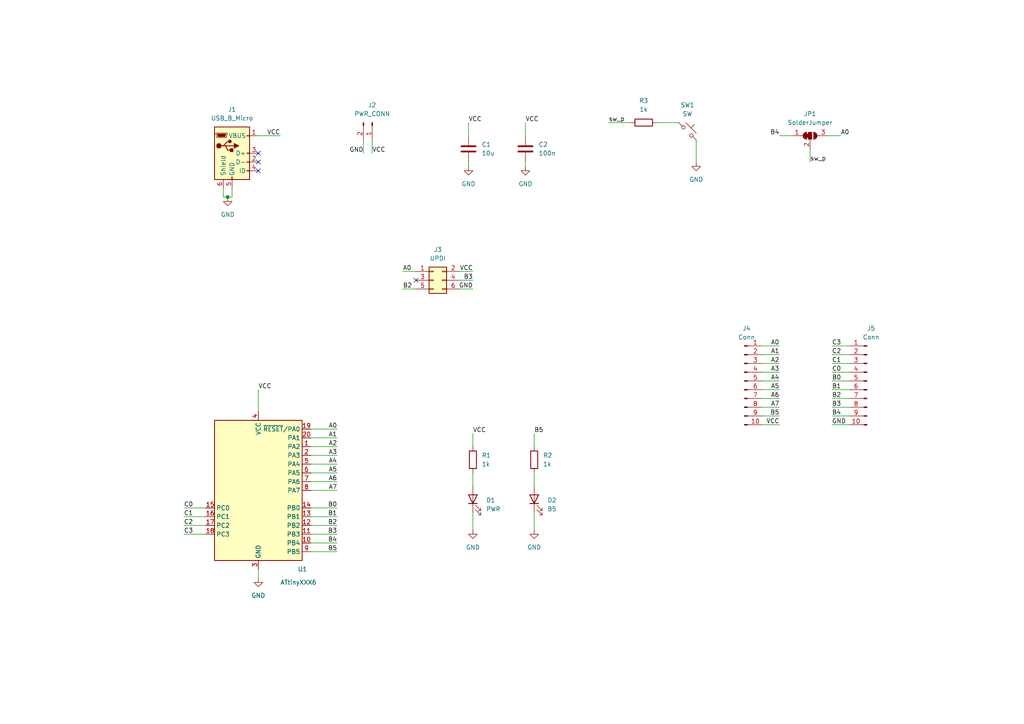
<source format=kicad_sch>
(kicad_sch (version 20211123) (generator eeschema)
  (paper "A4")
  (title_block (date "2022-10-10") (rev "0.0.2"))
  (lib_symbols
    (symbol "Connector:Conn_01x02_Male" (pin_names (offset 1.016) hide)
      (property "Reference" "J" (at 0 2.54 0))
      (property "Value" "Conn_01x02_Male" (at 0 -5.08 0))
      (symbol "Conn_01x02_Male_1_1"
        (polyline (pts (xy 1.27 -2.54) (xy 0.8636 -2.54)) (stroke (width 0.1524)))
        (polyline (pts (xy 1.27 0) (xy 0.8636 0)) (stroke (width 0.1524)))
        (rectangle (start 0.8636 -2.413) (end 0 -2.667) (stroke (width 0.1524)) (fill (type outline)))
        (rectangle (start 0.8636 0.127) (end 0 -0.127) (stroke (width 0.1524)) (fill (type outline)))
        (pin passive line (at 5.08 0 180) (length 3.81) (name "Pin_1") (number "1"))
        (pin passive line (at 5.08 -2.54 180) (length 3.81) (name "Pin_2") (number "2"))
      )
    )
    (symbol "Connector:Conn_01x10_Male" (pin_names (offset 1.016) hide)
      (property "Reference" "J" (at 0 12.7 0))
      (property "Value" "Conn_01x10_Male" (at 0 -15.24 0))
      (symbol "Conn_01x10_Male_1_1"
        (polyline (pts (xy 1.27 -12.7) (xy 0.8636 -12.7)) (stroke (width 0.1524)))
        (polyline (pts (xy 1.27 -10.16) (xy 0.8636 -10.16)) (stroke (width 0.1524)))
        (polyline (pts (xy 1.27 -7.62) (xy 0.8636 -7.62)) (stroke (width 0.1524)))
        (polyline (pts (xy 1.27 -5.08) (xy 0.8636 -5.08)) (stroke (width 0.1524)))
        (polyline (pts (xy 1.27 -2.54) (xy 0.8636 -2.54)) (stroke (width 0.1524)))
        (polyline (pts (xy 1.27 0) (xy 0.8636 0)) (stroke (width 0.1524)))
        (polyline (pts (xy 1.27 2.54) (xy 0.8636 2.54)) (stroke (width 0.1524)))
        (polyline (pts (xy 1.27 5.08) (xy 0.8636 5.08)) (stroke (width 0.1524)))
        (polyline (pts (xy 1.27 7.62) (xy 0.8636 7.62)) (stroke (width 0.1524)))
        (polyline (pts (xy 1.27 10.16) (xy 0.8636 10.16)) (stroke (width 0.1524)))
        (rectangle (start 0.8636 -12.573) (end 0 -12.827) (stroke (width 0.1524)) (fill (type outline)))
        (rectangle (start 0.8636 -10.033) (end 0 -10.287) (stroke (width 0.1524)) (fill (type outline)))
        (rectangle (start 0.8636 -7.493) (end 0 -7.747) (stroke (width 0.1524)) (fill (type outline)))
        (rectangle (start 0.8636 -4.953) (end 0 -5.207) (stroke (width 0.1524)) (fill (type outline)))
        (rectangle (start 0.8636 -2.413) (end 0 -2.667) (stroke (width 0.1524)) (fill (type outline)))
        (rectangle (start 0.8636 0.127) (end 0 -0.127) (stroke (width 0.1524)) (fill (type outline)))
        (rectangle (start 0.8636 2.667) (end 0 2.413) (stroke (width 0.1524)) (fill (type outline)))
        (rectangle (start 0.8636 5.207) (end 0 4.953) (stroke (width 0.1524)) (fill (type outline)))
        (rectangle (start 0.8636 7.747) (end 0 7.493) (stroke (width 0.1524)) (fill (type outline)))
        (rectangle (start 0.8636 10.287) (end 0 10.033) (stroke (width 0.1524)) (fill (type outline)))
        (pin passive line (at 5.08 10.16 180) (length 3.81) (name "Pin_1") (number "1"))
        (pin passive line (at 5.08 -12.7 180) (length 3.81) (name "Pin_10") (number "10"))
        (pin passive line (at 5.08 7.62 180) (length 3.81) (name "Pin_2") (number "2"))
        (pin passive line (at 5.08 5.08 180) (length 3.81) (name "Pin_3") (number "3"))
        (pin passive line (at 5.08 2.54 180) (length 3.81) (name "Pin_4") (number "4"))
        (pin passive line (at 5.08 0 180) (length 3.81) (name "Pin_5") (number "5"))
        (pin passive line (at 5.08 -2.54 180) (length 3.81) (name "Pin_6") (number "6"))
        (pin passive line (at 5.08 -5.08 180) (length 3.81) (name "Pin_7") (number "7"))
        (pin passive line (at 5.08 -7.62 180) (length 3.81) (name "Pin_8") (number "8"))
        (pin passive line (at 5.08 -10.16 180) (length 3.81) (name "Pin_9") (number "9"))
      )
    )
    (symbol "Connector:USB_B_Micro" (pin_names (offset 1.016))
      (property "Reference" "J" (at -5.08 11.43 0))
      (property "Value" "USB_B_Micro" (at -5.08 8.89 0))
      (symbol "USB_B_Micro_0_1"
        (rectangle (start -5.08 -7.62) (end 5.08 7.62) (stroke (width 0.254)) (fill (type background)))
        (circle (center -3.81 2.159) (radius 0.635) (stroke (width 0.254)) (fill (type outline)))
        (circle (center -0.635 3.429) (radius 0.381) (stroke (width 0.254)) (fill (type outline)))
        (rectangle (start -0.127 -7.62) (end 0.127 -6.858))
        (polyline (pts (xy -1.905 2.159) (xy 0.635 2.159)) (stroke (width 0.254)))
        (polyline (pts (xy -3.175 2.159) (xy -2.54 2.159) (xy -1.27 3.429) (xy -0.635 3.429)) (stroke (width 0.254)))
        (polyline (pts (xy -2.54 2.159) (xy -1.905 2.159) (xy -1.27 0.889) (xy 0 0.889)) (stroke (width 0.254)))
        (polyline (pts (xy 0.635 2.794) (xy 0.635 1.524) (xy 1.905 2.159) (xy 0.635 2.794)) (stroke (width 0.254)) (fill (type outline)))
        (polyline (pts (xy -4.318 5.588) (xy -1.778 5.588) (xy -2.032 4.826) (xy -4.064 4.826) (xy -4.318 5.588)) (fill (type outline)))
        (polyline (pts (xy -4.699 5.842) (xy -4.699 5.588) (xy -4.445 4.826) (xy -4.445 4.572) (xy -1.651 4.572) (xy -1.651 4.826) (xy -1.397 5.588) (xy -1.397 5.842) (xy -4.699 5.842)))
        (rectangle (start 0.254 1.27) (end -0.508 0.508) (stroke (width 0.254)) (fill (type outline)))
        (rectangle (start 5.08 -5.207) (end 4.318 -4.953))
        (rectangle (start 5.08 -2.667) (end 4.318 -2.413))
        (rectangle (start 5.08 -0.127) (end 4.318 0.127))
        (rectangle (start 5.08 4.953) (end 4.318 5.207))
      )
      (symbol "USB_B_Micro_1_1"
        (pin power_out line (at 7.62 5.08 180) (length 2.54) (name "VBUS") (number "1"))
        (pin bidirectional line (at 7.62 -2.54 180) (length 2.54) (name "D-") (number "2"))
        (pin bidirectional line (at 7.62 0 180) (length 2.54) (name "D+") (number "3"))
        (pin passive line (at 7.62 -5.08 180) (length 2.54) (name "ID") (number "4"))
        (pin power_out line (at 0 -10.16 90) (length 2.54) (name "GND") (number "5"))
        (pin passive line (at -2.54 -10.16 90) (length 2.54) (name "Shield") (number "6"))
      )
    )
    (symbol "Connector_Generic:Conn_02x03_Odd_Even" (pin_names (offset 1.016) hide)
      (property "Reference" "J" (at 1.27 5.08 0))
      (property "Value" "Conn_02x03_Odd_Even" (at 1.27 -5.08 0))
      (symbol "Conn_02x03_Odd_Even_1_1"
        (rectangle (start -1.27 -2.413) (end 0 -2.667) (stroke (width 0.1524)))
        (rectangle (start -1.27 0.127) (end 0 -0.127) (stroke (width 0.1524)))
        (rectangle (start -1.27 2.667) (end 0 2.413) (stroke (width 0.1524)))
        (rectangle (start -1.27 3.81) (end 3.81 -3.81) (stroke (width 0.254)) (fill (type background)))
        (rectangle (start 3.81 -2.413) (end 2.54 -2.667) (stroke (width 0.1524)))
        (rectangle (start 3.81 0.127) (end 2.54 -0.127) (stroke (width 0.1524)))
        (rectangle (start 3.81 2.667) (end 2.54 2.413) (stroke (width 0.1524)))
        (pin passive line (at -5.08 2.54 0) (length 3.81) (name "Pin_1") (number "1"))
        (pin passive line (at 7.62 2.54 180) (length 3.81) (name "Pin_2") (number "2"))
        (pin passive line (at -5.08 0 0) (length 3.81) (name "Pin_3") (number "3"))
        (pin passive line (at 7.62 0 180) (length 3.81) (name "Pin_4") (number "4"))
        (pin passive line (at -5.08 -2.54 0) (length 3.81) (name "Pin_5") (number "5"))
        (pin passive line (at 7.62 -2.54 180) (length 3.81) (name "Pin_6") (number "6"))
      )
    )
    (symbol "Device:C" (pin_numbers hide) (pin_names (offset 0.254))
      (property "Reference" "C" (at 0.635 2.54 0))
      (property "Value" "C" (at 0.635 -2.54 0))
      (symbol "C_0_1"
        (polyline (pts (xy -2.032 -0.762) (xy 2.032 -0.762)) (stroke (width 0.508)))
        (polyline (pts (xy -2.032 0.762) (xy 2.032 0.762)) (stroke (width 0.508)))
      )
      (symbol "C_1_1"
        (pin passive line (at 0 3.81 270) (length 2.794) (name "~") (number "1"))
        (pin passive line (at 0 -3.81 90) (length 2.794) (name "~") (number "2"))
      )
    )
    (symbol "Device:LED" (pin_numbers hide) (pin_names (offset 1.016) hide)
      (property "Reference" "D" (at 0 2.54 0))
      (property "Value" "LED" (at 0 -2.54 0))
      (symbol "LED_0_1"
        (polyline (pts (xy -1.27 -1.27) (xy -1.27 1.27)) (stroke (width 0.254)))
        (polyline (pts (xy -1.27 0) (xy 1.27 0)))
        (polyline (pts (xy 1.27 -1.27) (xy 1.27 1.27) (xy -1.27 0) (xy 1.27 -1.27)) (stroke (width 0.254)))
        (polyline (pts (xy -3.048 -0.762) (xy -4.572 -2.286) (xy -3.81 -2.286) (xy -4.572 -2.286) (xy -4.572 -1.524)))
        (polyline (pts (xy -1.778 -0.762) (xy -3.302 -2.286) (xy -2.54 -2.286) (xy -3.302 -2.286) (xy -3.302 -1.524)))
      )
      (symbol "LED_1_1"
        (pin passive line (at -3.81 0 0) (length 2.54) (name "K") (number "1"))
        (pin passive line (at 3.81 0 180) (length 2.54) (name "A") (number "2"))
      )
    )
    (symbol "Device:R" (pin_numbers hide) (pin_names (offset 0))
      (property "Reference" "R" (at 2.032 0 90))
      (property "Value" "R" (at 0 0 90))
      (symbol "R_0_1"
        (rectangle (start -1.016 -2.54) (end 1.016 2.54) (stroke (width 0.254)))
      )
      (symbol "R_1_1"
        (pin passive line (at 0 3.81 270) (length 1.27) (name "~") (number "1"))
        (pin passive line (at 0 -3.81 90) (length 1.27) (name "~") (number "2"))
      )
    )
    (symbol "Jumper:SolderJumper_3_Bridged12" (pin_names (offset 0) hide)
      (property "Reference" "JP" (at -2.54 -2.54 0))
      (property "Value" "SolderJumper_3_Bridged12" (at 0 2.794 0))
      (symbol "SolderJumper_3_Bridged12_0_1"
        (rectangle (start -1.016 0.508) (end -0.508 -0.508) (fill (type outline)))
        (arc (start -1.016 1.016) (mid -2.032 0) (end -1.016 -1.016))
        (arc (start -1.016 1.016) (mid -2.032 0) (end -1.016 -1.016) (fill (type outline)))
        (rectangle (start -0.508 1.016) (end 0.508 -1.016) (fill (type outline)))
        (polyline (pts (xy -2.54 0) (xy -2.032 0)))
        (polyline (pts (xy -1.016 1.016) (xy -1.016 -1.016)))
        (polyline (pts (xy 0 -1.27) (xy 0 -1.016)))
        (polyline (pts (xy 1.016 1.016) (xy 1.016 -1.016)))
        (polyline (pts (xy 2.54 0) (xy 2.032 0)))
        (arc (start 1.016 -1.016) (mid 2.032 0) (end 1.016 1.016))
        (arc (start 1.016 -1.016) (mid 2.032 0) (end 1.016 1.016) (fill (type outline)))
      )
      (symbol "SolderJumper_3_Bridged12_1_1"
        (pin passive line (at -5.08 0 0) (length 2.54) (name "A") (number "1"))
        (pin passive line (at 0 -3.81 90) (length 2.54) (name "C") (number "2"))
        (pin passive line (at 5.08 0 180) (length 2.54) (name "B") (number "3"))
      )
    )
    (symbol "MCU_Microchip_ATtiny:ATtiny1616-M"
      (property "Reference" "U" (at -12.7 21.59 0))
      (property "Value" "ATtiny1616-M" (at 2.54 -21.59 0))
      (symbol "ATtiny1616-M_0_1"
        (rectangle (start -12.7 -20.32) (end 12.7 20.32) (stroke (width 0.254)) (fill (type background)))
      )
      (symbol "ATtiny1616-M_1_1"
        (pin bidirectional line (at 15.24 12.7 180) (length 2.54) (name "PA2") (number "1"))
        (pin bidirectional line (at 15.24 -15.24 180) (length 2.54) (name "PB4") (number "10"))
        (pin bidirectional line (at 15.24 -12.7 180) (length 2.54) (name "PB3") (number "11"))
        (pin bidirectional line (at 15.24 -10.16 180) (length 2.54) (name "PB2") (number "12"))
        (pin bidirectional line (at 15.24 -7.62 180) (length 2.54) (name "PB1") (number "13"))
        (pin bidirectional line (at 15.24 -5.08 180) (length 2.54) (name "PB0") (number "14"))
        (pin bidirectional line (at -15.24 -5.08 0) (length 2.54) (name "PC0") (number "15"))
        (pin bidirectional line (at -15.24 -7.62 0) (length 2.54) (name "PC1") (number "16"))
        (pin bidirectional line (at -15.24 -10.16 0) (length 2.54) (name "PC2") (number "17"))
        (pin bidirectional line (at -15.24 -12.7 0) (length 2.54) (name "PC3") (number "18"))
        (pin bidirectional line (at 15.24 17.78 180) (length 2.54) (name "~{RESET}/PA0") (number "19"))
        (pin bidirectional line (at 15.24 10.16 180) (length 2.54) (name "PA3") (number "2"))
        (pin bidirectional line (at 15.24 15.24 180) (length 2.54) (name "PA1") (number "20"))
        (pin passive line (at 0 -22.86 90) (length 2.54) hide (name "GND") (number "21"))
        (pin power_in line (at 0 -22.86 90) (length 2.54) (name "GND") (number "3"))
        (pin power_in line (at 0 22.86 270) (length 2.54) (name "VCC") (number "4"))
        (pin bidirectional line (at 15.24 7.62 180) (length 2.54) (name "PA4") (number "5"))
        (pin bidirectional line (at 15.24 5.08 180) (length 2.54) (name "PA5") (number "6"))
        (pin bidirectional line (at 15.24 2.54 180) (length 2.54) (name "PA6") (number "7"))
        (pin bidirectional line (at 15.24 0 180) (length 2.54) (name "PA7") (number "8"))
        (pin bidirectional line (at 15.24 -17.78 180) (length 2.54) (name "PB5") (number "9"))
      )
    )
    (symbol "Switch:SW_Push_45deg" (pin_numbers hide) (pin_names (offset 1.016) hide)
      (property "Reference" "SW" (at 3.048 1.016 0))
      (property "Value" "SW_Push_45deg" (at 0 -3.81 0))
      (symbol "SW_Push_45deg_0_1"
        (circle (center -1.1684 1.1684) (radius 0.508))
        (polyline (pts (xy -0.508 2.54) (xy 2.54 -0.508)))
        (polyline (pts (xy 1.016 1.016) (xy 2.032 2.032)))
        (polyline (pts (xy -2.54 2.54) (xy -1.524 1.524) (xy -1.524 1.524)))
        (polyline (pts (xy 1.524 -1.524) (xy 2.54 -2.54) (xy 2.54 -2.54) (xy 2.54 -2.54)))
        (circle (center 1.143 -1.1938) (radius 0.508))
        (pin passive line (at -2.54 2.54 0) (length 0) (name "1") (number "1"))
        (pin passive line (at 2.54 -2.54 180) (length 0) (name "2") (number "2"))
      )
    )
    (symbol "power:GND" (power) (pin_names (offset 0))
      (property "Value" "GND" (at 0 -3.81 0))
      (symbol "GND_0_1"
        (polyline (pts (xy 0 0) (xy 0 -1.27) (xy 1.27 -1.27) (xy 0 -2.54) (xy -1.27 -1.27) (xy 0 -1.27)))
      )
      (symbol "GND_1_1"
        (pin power_in line (at 0 0 270) (length 0) hide (name "GND") (number "1"))
      )
    )
  )
  (junction (at 66.04 57.15))
  (no_connect (at 74.93 49.53))
  (no_connect (at 74.93 46.99))
  (no_connect (at 74.93 44.45))
  (no_connect (at 120.65 81.28))
  (wire (pts (xy 241.3 110.49) (xy 246.38 110.49)))
  (wire (pts (xy 90.17 132.08) (xy 97.79 132.08)))
  (wire (pts (xy 97.79 160.02) (xy 90.17 160.02)))
  (wire (pts (xy 154.94 137.16) (xy 154.94 140.97)))
  (wire (pts (xy 90.17 127) (xy 97.79 127)))
  (wire (pts (xy 90.17 124.46) (xy 97.79 124.46)))
  (wire (pts (xy 241.3 102.87) (xy 246.38 102.87)))
  (wire (pts (xy 190.5 35.56) (xy 196.85 35.56)))
  (wire (pts (xy 241.3 107.95) (xy 246.38 107.95)))
  (wire (pts (xy 220.98 105.41) (xy 226.06 105.41)))
  (wire (pts (xy 152.4 39.37) (xy 152.4 35.56)))
  (wire (pts (xy 220.98 120.65) (xy 226.06 120.65)))
  (wire (pts (xy 90.17 142.24) (xy 97.79 142.24)))
  (wire (pts (xy 66.04 57.15) (xy 67.31 57.15)))
  (wire (pts (xy 90.17 137.16) (xy 97.79 137.16)))
  (wire (pts (xy 241.3 123.19) (xy 246.38 123.19)))
  (wire (pts (xy 241.3 105.41) (xy 246.38 105.41)))
  (wire (pts (xy 53.34 154.94) (xy 59.69 154.94)))
  (wire (pts (xy 137.16 83.82) (xy 133.35 83.82)))
  (wire (pts (xy 107.95 44.45) (xy 107.95 40.64)))
  (wire (pts (xy 137.16 137.16) (xy 137.16 140.97)))
  (wire (pts (xy 90.17 154.94) (xy 97.79 154.94)))
  (wire (pts (xy 135.89 35.56) (xy 135.89 39.37)))
  (wire (pts (xy 154.94 125.73) (xy 154.94 129.54)))
  (wire (pts (xy 90.17 157.48) (xy 97.79 157.48)))
  (wire (pts (xy 241.3 118.11) (xy 246.38 118.11)))
  (wire (pts (xy 64.77 54.61) (xy 64.77 57.15)))
  (wire (pts (xy 74.93 113.03) (xy 74.93 119.38)))
  (wire (pts (xy 220.98 115.57) (xy 226.06 115.57)))
  (wire (pts (xy 220.98 107.95) (xy 226.06 107.95)))
  (wire (pts (xy 59.69 147.32) (xy 53.34 147.32)))
  (wire (pts (xy 74.93 39.37) (xy 81.28 39.37)))
  (wire (pts (xy 241.3 120.65) (xy 246.38 120.65)))
  (wire (pts (xy 220.98 110.49) (xy 226.06 110.49)))
  (wire (pts (xy 234.95 43.18) (xy 234.95 46.99)))
  (wire (pts (xy 154.94 153.67) (xy 154.94 148.59)))
  (wire (pts (xy 226.06 100.33) (xy 220.98 100.33)))
  (wire (pts (xy 116.84 83.82) (xy 120.65 83.82)))
  (wire (pts (xy 246.38 100.33) (xy 241.3 100.33)))
  (wire (pts (xy 229.87 39.37) (xy 226.06 39.37)))
  (wire (pts (xy 220.98 102.87) (xy 226.06 102.87)))
  (wire (pts (xy 201.93 40.64) (xy 201.93 46.99)))
  (wire (pts (xy 220.98 123.19) (xy 226.06 123.19)))
  (wire (pts (xy 90.17 152.4) (xy 97.79 152.4)))
  (wire (pts (xy 176.53 35.56) (xy 182.88 35.56)))
  (wire (pts (xy 90.17 147.32) (xy 97.79 147.32)))
  (wire (pts (xy 53.34 152.4) (xy 59.69 152.4)))
  (wire (pts (xy 74.93 165.1) (xy 74.93 167.64)))
  (wire (pts (xy 243.84 39.37) (xy 240.03 39.37)))
  (wire (pts (xy 90.17 129.54) (xy 97.79 129.54)))
  (wire (pts (xy 137.16 148.59) (xy 137.16 153.67)))
  (wire (pts (xy 53.34 149.86) (xy 59.69 149.86)))
  (wire (pts (xy 64.77 57.15) (xy 66.04 57.15)))
  (wire (pts (xy 220.98 118.11) (xy 226.06 118.11)))
  (wire (pts (xy 133.35 81.28) (xy 137.16 81.28)))
  (wire (pts (xy 120.65 78.74) (xy 116.84 78.74)))
  (wire (pts (xy 220.98 113.03) (xy 226.06 113.03)))
  (wire (pts (xy 90.17 139.7) (xy 97.79 139.7)))
  (wire (pts (xy 67.31 57.15) (xy 67.31 54.61)))
  (wire (pts (xy 105.41 40.64) (xy 105.41 44.45)))
  (wire (pts (xy 241.3 113.03) (xy 246.38 113.03)))
  (wire (pts (xy 90.17 149.86) (xy 97.79 149.86)))
  (wire (pts (xy 152.4 48.26) (xy 152.4 46.99)))
  (wire (pts (xy 137.16 129.54) (xy 137.16 125.73)))
  (wire (pts (xy 90.17 134.62) (xy 97.79 134.62)))
  (wire (pts (xy 133.35 78.74) (xy 137.16 78.74)))
  (wire (pts (xy 135.89 46.99) (xy 135.89 48.26)))
  (wire (pts (xy 241.3 115.57) (xy 246.38 115.57)))
  (label "GND" (at 137.16 83.82 180))
  (label "A4" (at 226.06 110.49 180))
  (label "B5" (at 154.94 125.73 0))
  (label "VCC" (at 107.95 44.45 0))
  (label "A7" (at 97.79 142.24 180))
  (label "B5" (at 226.06 120.65 180))
  (label "VCC" (at 137.16 78.74 180))
  (label "A0" (at 116.84 78.74 0))
  (label "VCC" (at 226.06 123.19 180))
  (label "C2" (at 53.34 152.4 0))
  (label "A6" (at 97.79 139.7 180))
  (label "B0" (at 97.79 147.32 180))
  (label "B4" (at 241.3 120.65 0))
  (label "A5" (at 97.79 137.16 180))
  (label "B2" (at 116.84 83.82 0))
  (label "C0" (at 53.34 147.32 0))
  (label "B5" (at 97.79 160.02 180))
  (label "A0" (at 243.84 39.37 0))
  (label "A1" (at 97.79 127 180))
  (label "A7" (at 226.06 118.11 180))
  (label "B1" (at 97.79 149.86 180))
  (label "VCC" (at 135.89 35.56 0))
  (label "A5" (at 226.06 113.03 180))
  (label "A6" (at 226.06 115.57 180))
  (label "C2" (at 241.3 102.87 0))
  (label "VCC" (at 74.93 113.03 0))
  (label "B0" (at 241.3 110.49 0))
  (label "B2" (at 97.79 152.4 180))
  (label "A3" (at 97.79 132.08 180))
  (label "B3" (at 241.3 118.11 0))
  (label "VCC" (at 152.4 35.56 0))
  (label "A3" (at 226.06 107.95 180))
  (label "A2" (at 226.06 105.41 180))
  (label "VCC" (at 81.28 39.37 180))
  (label "B4" (at 226.06 39.37 180))
  (label "B4" (at 97.79 157.48 180))
  (label "sw_p" (at 234.95 46.99 0))
  (label "C1" (at 53.34 149.86 0))
  (label "A4" (at 97.79 134.62 180))
  (label "A0" (at 97.79 124.46 180))
  (label "GND" (at 241.3 123.19 0))
  (label "C3" (at 53.34 154.94 0))
  (label "VCC" (at 137.16 125.73 0))
  (label "A1" (at 226.06 102.87 180))
  (label "C3" (at 241.3 100.33 0))
  (label "A0" (at 226.06 100.33 180))
  (label "B3" (at 97.79 154.94 180))
  (label "B3" (at 137.16 81.28 180))
  (label "GND" (at 105.41 44.45 180))
  (label "A2" (at 97.79 129.54 180))
  (label "C1" (at 241.3 105.41 0))
  (label "B1" (at 241.3 113.03 0))
  (label "sw_p" (at 176.53 35.56 0))
  (label "C0" (at 241.3 107.95 0))
  (label "B2" (at 241.3 115.57 0))
  (symbol (lib_id "MCU_Microchip_ATtiny:ATtiny1616-M") (at 74.93 142.24 0) (unit 1)
    (property "Reference" "U1" (at 86.36 165.1 0) (effects (justify left)))
    (property "Value" "ATtinyXXX6" (at 81.28 168.91 0) (effects (justify left)))
    (property "Footprint" "Package_DFN_QFN:VQFN-20-1EP_3x3mm_P0.4mm_EP1.7x1.7mm" (effects hide))
    (property "Datasheet" "http://ww1.microchip.com/downloads/en/DeviceDoc/ATtiny3216_ATtiny1616-data-sheet-40001997B.pdf" (effects hide))
  )
  (symbol (lib_id "Device:R") (at 154.94 133.35 180) (unit 1)
    (property "Reference" "R2" (at 157.48 132.0799 0) (effects (justify right)))
    (property "Value" "1k" (at 157.48 134.6199 0) (effects (justify right)))
    (property "Footprint" "Resistor_SMD:R_0603_1608Metric" (effects hide))
  )
  (symbol (lib_id "power:GND") (at 66.04 57.15 0) (unit 1)
    (property "Reference" "#PWR01" (effects hide))
    (property "Value" "GND" (at 66.04 62.23 0))
  )
  (symbol (lib_id "Connector:Conn_01x10_Male") (at 251.46 110.49 0) (mirror y) (unit 1)
    (property "Reference" "J5" (at 251.46 95.25 0) (effects (justify right)))
    (property "Value" "Conn" (at 250.19 97.79 0) (effects (justify right)))
    (property "Footprint" "Connector_PinHeader_2.54mm:PinHeader_1x10_P2.54mm_Vertical" (effects hide))
  )
  (symbol (lib_id "Jumper:SolderJumper_3_Bridged12") (at 234.95 39.37 0) (unit 1)
    (property "Reference" "JP1" (at 234.95 33.02 0))
    (property "Value" "SolderJumper" (at 234.95 35.56 0))
    (property "Footprint" "Jumper:SolderJumper-3_P1.3mm_Bridged12_Pad1.0x1.5mm_NumberLabels" (effects hide))
  )
  (symbol (lib_id "Device:LED") (at 137.16 144.78 90) (unit 1)
    (property "Reference" "D1" (at 140.97 145.0974 90) (effects (justify right)))
    (property "Value" "PWR" (at 140.97 147.6374 90) (effects (justify right)))
    (property "Footprint" "LED_SMD:LED_0603_1608Metric" (effects hide))
  )
  (symbol (lib_id "Device:C") (at 135.89 43.18 0) (unit 1)
    (property "Reference" "C1" (at 139.7 41.9099 0) (effects (justify left)))
    (property "Value" "10u" (at 139.7 44.4499 0) (effects (justify left)))
    (property "Footprint" "Capacitor_SMD:C_0603_1608Metric" (effects hide))
  )
  (symbol (lib_id "Connector:USB_B_Micro") (at 67.31 44.45 0) (unit 1)
    (property "Reference" "J1" (at 67.31 31.75 0))
    (property "Value" "USB_B_Micro" (at 67.31 34.29 0))
    (property "Footprint" "MUP-U513:MUP-U513" (effects hide))
  )
  (symbol (lib_id "Device:R") (at 186.69 35.56 90) (unit 1)
    (property "Reference" "R3" (at 186.69 29.21 90))
    (property "Value" "1k" (at 186.69 31.75 90))
    (property "Footprint" "Resistor_SMD:R_0402_1005Metric" (effects hide))
  )
  (symbol (lib_id "power:GND") (at 74.93 167.64 0) (unit 1)
    (property "Reference" "#PWR02" (effects hide))
    (property "Value" "GND" (at 74.93 172.72 0))
  )
  (symbol (lib_id "Connector_Generic:Conn_02x03_Odd_Even") (at 125.73 81.28 0) (unit 1)
    (property "Reference" "J3" (at 127 72.39 0))
    (property "Value" "UPDI" (at 127 74.93 0))
    (property "Footprint" "Connector_PinHeader_2.54mm:PinHeader_2x03_P2.54mm_Vertical" (effects hide))
  )
  (symbol (lib_id "Device:C") (at 152.4 43.18 0) (unit 1)
    (property "Reference" "C2" (at 156.21 41.9099 0) (effects (justify left)))
    (property "Value" "100n" (at 156.21 44.4499 0) (effects (justify left)))
    (property "Footprint" "Capacitor_SMD:C_0603_1608Metric" (effects hide))
  )
  (symbol (lib_id "Switch:SW_Push_45deg") (at 199.39 38.1 0) (unit 1)
    (property "Reference" "SW1" (at 199.39 30.48 0))
    (property "Value" "SW" (at 199.39 33.02 0))
    (property "Footprint" "Button_Switch_SMD:SW_Push_SPST_NO_Alps_SKRK" (effects hide))
  )
  (symbol (lib_id "power:GND") (at 154.94 153.67 0) (unit 1)
    (property "Reference" "#PWR06" (effects hide))
    (property "Value" "GND" (at 154.94 158.75 0))
  )
  (symbol (lib_id "Connector:Conn_01x02_Male") (at 107.95 35.56 270) (unit 1)
    (property "Reference" "J2" (at 107.95 30.48 90))
    (property "Value" "PWR_CONN" (at 107.95 33.02 90))
    (property "Footprint" "Connector_PinHeader_2.54mm:PinHeader_1x02_P2.54mm_Vertical" (effects hide))
  )
  (symbol (lib_id "power:GND") (at 137.16 153.67 0) (unit 1)
    (property "Reference" "#PWR04" (effects hide))
    (property "Value" "GND" (at 137.16 158.75 0))
  )
  (symbol (lib_id "Device:LED") (at 154.94 144.78 90) (unit 1)
    (property "Reference" "D2" (at 158.75 145.0974 90) (effects (justify right)))
    (property "Value" "B5" (at 158.75 147.6374 90) (effects (justify right)))
    (property "Footprint" "LED_SMD:LED_0603_1608Metric" (effects hide))
  )
  (symbol (lib_id "power:GND") (at 135.89 48.26 0) (unit 1)
    (property "Reference" "#PWR03" (effects hide))
    (property "Value" "GND" (at 135.89 53.34 0))
  )
  (symbol (lib_id "power:GND") (at 201.93 46.99 0) (unit 1)
    (property "Reference" "#PWR07" (effects hide))
    (property "Value" "GND" (at 201.93 52.07 0))
  )
  (symbol (lib_id "Device:R") (at 137.16 133.35 180) (unit 1)
    (property "Reference" "R1" (at 139.7 132.0799 0) (effects (justify right)))
    (property "Value" "1k" (at 139.7 134.6199 0) (effects (justify right)))
    (property "Footprint" "Resistor_SMD:R_0603_1608Metric" (effects hide))
  )
  (symbol (lib_id "power:GND") (at 152.4 48.26 0) (unit 1)
    (property "Reference" "#PWR05" (effects hide))
    (property "Value" "GND" (at 152.4 53.34 0))
  )
  (symbol (lib_id "Connector:Conn_01x10_Male") (at 215.9 110.49 0) (unit 1)
    (property "Reference" "J4" (at 216.535 95.25 0))
    (property "Value" "Conn" (at 216.535 97.79 0))
    (property "Footprint" "Connector_PinHeader_2.54mm:PinHeader_1x10_P2.54mm_Vertical" (effects hide))
  )
)
</source>
